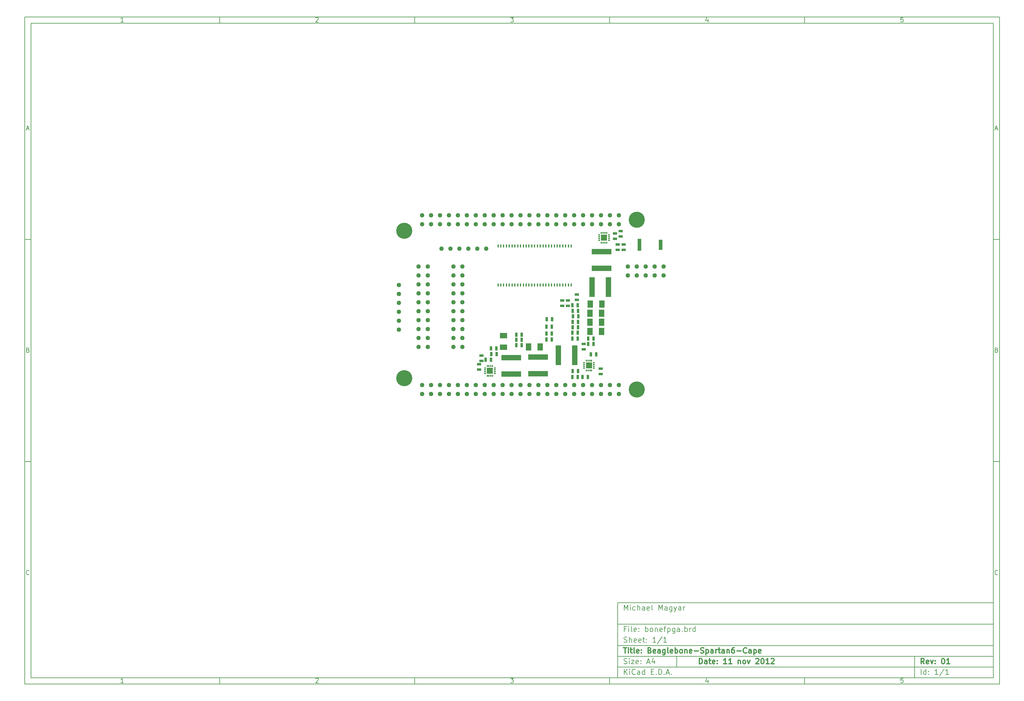
<source format=gbs>
G04 (created by PCBNEW-RS274X (2012-jan-04)-stable) date Sat Nov 10 19:24:45 2012*
G01*
G70*
G90*
%MOIN*%
G04 Gerber Fmt 3.4, Leading zero omitted, Abs format*
%FSLAX34Y34*%
G04 APERTURE LIST*
%ADD10C,0.006000*%
%ADD11C,0.012000*%
%ADD12C,0.051200*%
%ADD13R,0.039400X0.137800*%
%ADD14R,0.039400X0.118100*%
%ADD15R,0.011800X0.035400*%
%ADD16R,0.011800X0.019700*%
%ADD17R,0.019700X0.011800*%
%ADD18R,0.070900X0.070900*%
%ADD19C,0.180000*%
%ADD20R,0.080000X0.060000*%
%ADD21R,0.060000X0.080000*%
%ADD22R,0.025000X0.045000*%
%ADD23R,0.045000X0.025000*%
%ADD24R,0.224400X0.063000*%
%ADD25R,0.063000X0.224400*%
G04 APERTURE END LIST*
G54D10*
X04000Y-04000D02*
X113000Y-04000D01*
X113000Y-78670D01*
X04000Y-78670D01*
X04000Y-04000D01*
X04700Y-04700D02*
X112300Y-04700D01*
X112300Y-77970D01*
X04700Y-77970D01*
X04700Y-04700D01*
X25800Y-04000D02*
X25800Y-04700D01*
X15043Y-04552D02*
X14757Y-04552D01*
X14900Y-04552D02*
X14900Y-04052D01*
X14852Y-04124D01*
X14805Y-04171D01*
X14757Y-04195D01*
X25800Y-78670D02*
X25800Y-77970D01*
X15043Y-78522D02*
X14757Y-78522D01*
X14900Y-78522D02*
X14900Y-78022D01*
X14852Y-78094D01*
X14805Y-78141D01*
X14757Y-78165D01*
X47600Y-04000D02*
X47600Y-04700D01*
X36557Y-04100D02*
X36581Y-04076D01*
X36629Y-04052D01*
X36748Y-04052D01*
X36795Y-04076D01*
X36819Y-04100D01*
X36843Y-04148D01*
X36843Y-04195D01*
X36819Y-04267D01*
X36533Y-04552D01*
X36843Y-04552D01*
X47600Y-78670D02*
X47600Y-77970D01*
X36557Y-78070D02*
X36581Y-78046D01*
X36629Y-78022D01*
X36748Y-78022D01*
X36795Y-78046D01*
X36819Y-78070D01*
X36843Y-78118D01*
X36843Y-78165D01*
X36819Y-78237D01*
X36533Y-78522D01*
X36843Y-78522D01*
X69400Y-04000D02*
X69400Y-04700D01*
X58333Y-04052D02*
X58643Y-04052D01*
X58476Y-04243D01*
X58548Y-04243D01*
X58595Y-04267D01*
X58619Y-04290D01*
X58643Y-04338D01*
X58643Y-04457D01*
X58619Y-04505D01*
X58595Y-04529D01*
X58548Y-04552D01*
X58405Y-04552D01*
X58357Y-04529D01*
X58333Y-04505D01*
X69400Y-78670D02*
X69400Y-77970D01*
X58333Y-78022D02*
X58643Y-78022D01*
X58476Y-78213D01*
X58548Y-78213D01*
X58595Y-78237D01*
X58619Y-78260D01*
X58643Y-78308D01*
X58643Y-78427D01*
X58619Y-78475D01*
X58595Y-78499D01*
X58548Y-78522D01*
X58405Y-78522D01*
X58357Y-78499D01*
X58333Y-78475D01*
X91200Y-04000D02*
X91200Y-04700D01*
X80395Y-04219D02*
X80395Y-04552D01*
X80276Y-04029D02*
X80157Y-04386D01*
X80467Y-04386D01*
X91200Y-78670D02*
X91200Y-77970D01*
X80395Y-78189D02*
X80395Y-78522D01*
X80276Y-77999D02*
X80157Y-78356D01*
X80467Y-78356D01*
X102219Y-04052D02*
X101981Y-04052D01*
X101957Y-04290D01*
X101981Y-04267D01*
X102029Y-04243D01*
X102148Y-04243D01*
X102195Y-04267D01*
X102219Y-04290D01*
X102243Y-04338D01*
X102243Y-04457D01*
X102219Y-04505D01*
X102195Y-04529D01*
X102148Y-04552D01*
X102029Y-04552D01*
X101981Y-04529D01*
X101957Y-04505D01*
X102219Y-78022D02*
X101981Y-78022D01*
X101957Y-78260D01*
X101981Y-78237D01*
X102029Y-78213D01*
X102148Y-78213D01*
X102195Y-78237D01*
X102219Y-78260D01*
X102243Y-78308D01*
X102243Y-78427D01*
X102219Y-78475D01*
X102195Y-78499D01*
X102148Y-78522D01*
X102029Y-78522D01*
X101981Y-78499D01*
X101957Y-78475D01*
X04000Y-28890D02*
X04700Y-28890D01*
X04231Y-16510D02*
X04469Y-16510D01*
X04184Y-16652D02*
X04350Y-16152D01*
X04517Y-16652D01*
X113000Y-28890D02*
X112300Y-28890D01*
X112531Y-16510D02*
X112769Y-16510D01*
X112484Y-16652D02*
X112650Y-16152D01*
X112817Y-16652D01*
X04000Y-53780D02*
X04700Y-53780D01*
X04386Y-41280D02*
X04457Y-41304D01*
X04481Y-41328D01*
X04505Y-41376D01*
X04505Y-41447D01*
X04481Y-41495D01*
X04457Y-41519D01*
X04410Y-41542D01*
X04219Y-41542D01*
X04219Y-41042D01*
X04386Y-41042D01*
X04433Y-41066D01*
X04457Y-41090D01*
X04481Y-41138D01*
X04481Y-41185D01*
X04457Y-41233D01*
X04433Y-41257D01*
X04386Y-41280D01*
X04219Y-41280D01*
X113000Y-53780D02*
X112300Y-53780D01*
X112686Y-41280D02*
X112757Y-41304D01*
X112781Y-41328D01*
X112805Y-41376D01*
X112805Y-41447D01*
X112781Y-41495D01*
X112757Y-41519D01*
X112710Y-41542D01*
X112519Y-41542D01*
X112519Y-41042D01*
X112686Y-41042D01*
X112733Y-41066D01*
X112757Y-41090D01*
X112781Y-41138D01*
X112781Y-41185D01*
X112757Y-41233D01*
X112733Y-41257D01*
X112686Y-41280D01*
X112519Y-41280D01*
X04505Y-66385D02*
X04481Y-66409D01*
X04410Y-66432D01*
X04362Y-66432D01*
X04290Y-66409D01*
X04243Y-66361D01*
X04219Y-66313D01*
X04195Y-66218D01*
X04195Y-66147D01*
X04219Y-66051D01*
X04243Y-66004D01*
X04290Y-65956D01*
X04362Y-65932D01*
X04410Y-65932D01*
X04481Y-65956D01*
X04505Y-65980D01*
X112805Y-66385D02*
X112781Y-66409D01*
X112710Y-66432D01*
X112662Y-66432D01*
X112590Y-66409D01*
X112543Y-66361D01*
X112519Y-66313D01*
X112495Y-66218D01*
X112495Y-66147D01*
X112519Y-66051D01*
X112543Y-66004D01*
X112590Y-65956D01*
X112662Y-65932D01*
X112710Y-65932D01*
X112781Y-65956D01*
X112805Y-65980D01*
G54D11*
X79443Y-76413D02*
X79443Y-75813D01*
X79586Y-75813D01*
X79671Y-75841D01*
X79729Y-75899D01*
X79757Y-75956D01*
X79786Y-76070D01*
X79786Y-76156D01*
X79757Y-76270D01*
X79729Y-76327D01*
X79671Y-76384D01*
X79586Y-76413D01*
X79443Y-76413D01*
X80300Y-76413D02*
X80300Y-76099D01*
X80271Y-76041D01*
X80214Y-76013D01*
X80100Y-76013D01*
X80043Y-76041D01*
X80300Y-76384D02*
X80243Y-76413D01*
X80100Y-76413D01*
X80043Y-76384D01*
X80014Y-76327D01*
X80014Y-76270D01*
X80043Y-76213D01*
X80100Y-76184D01*
X80243Y-76184D01*
X80300Y-76156D01*
X80500Y-76013D02*
X80729Y-76013D01*
X80586Y-75813D02*
X80586Y-76327D01*
X80614Y-76384D01*
X80672Y-76413D01*
X80729Y-76413D01*
X81157Y-76384D02*
X81100Y-76413D01*
X80986Y-76413D01*
X80929Y-76384D01*
X80900Y-76327D01*
X80900Y-76099D01*
X80929Y-76041D01*
X80986Y-76013D01*
X81100Y-76013D01*
X81157Y-76041D01*
X81186Y-76099D01*
X81186Y-76156D01*
X80900Y-76213D01*
X81443Y-76356D02*
X81471Y-76384D01*
X81443Y-76413D01*
X81414Y-76384D01*
X81443Y-76356D01*
X81443Y-76413D01*
X81443Y-76041D02*
X81471Y-76070D01*
X81443Y-76099D01*
X81414Y-76070D01*
X81443Y-76041D01*
X81443Y-76099D01*
X82500Y-76413D02*
X82157Y-76413D01*
X82329Y-76413D02*
X82329Y-75813D01*
X82272Y-75899D01*
X82214Y-75956D01*
X82157Y-75984D01*
X83071Y-76413D02*
X82728Y-76413D01*
X82900Y-76413D02*
X82900Y-75813D01*
X82843Y-75899D01*
X82785Y-75956D01*
X82728Y-75984D01*
X83785Y-76013D02*
X83785Y-76413D01*
X83785Y-76070D02*
X83813Y-76041D01*
X83871Y-76013D01*
X83956Y-76013D01*
X84013Y-76041D01*
X84042Y-76099D01*
X84042Y-76413D01*
X84414Y-76413D02*
X84356Y-76384D01*
X84328Y-76356D01*
X84299Y-76299D01*
X84299Y-76127D01*
X84328Y-76070D01*
X84356Y-76041D01*
X84414Y-76013D01*
X84499Y-76013D01*
X84556Y-76041D01*
X84585Y-76070D01*
X84614Y-76127D01*
X84614Y-76299D01*
X84585Y-76356D01*
X84556Y-76384D01*
X84499Y-76413D01*
X84414Y-76413D01*
X84814Y-76013D02*
X84957Y-76413D01*
X85099Y-76013D01*
X85756Y-75870D02*
X85785Y-75841D01*
X85842Y-75813D01*
X85985Y-75813D01*
X86042Y-75841D01*
X86071Y-75870D01*
X86099Y-75927D01*
X86099Y-75984D01*
X86071Y-76070D01*
X85728Y-76413D01*
X86099Y-76413D01*
X86470Y-75813D02*
X86527Y-75813D01*
X86584Y-75841D01*
X86613Y-75870D01*
X86642Y-75927D01*
X86670Y-76041D01*
X86670Y-76184D01*
X86642Y-76299D01*
X86613Y-76356D01*
X86584Y-76384D01*
X86527Y-76413D01*
X86470Y-76413D01*
X86413Y-76384D01*
X86384Y-76356D01*
X86356Y-76299D01*
X86327Y-76184D01*
X86327Y-76041D01*
X86356Y-75927D01*
X86384Y-75870D01*
X86413Y-75841D01*
X86470Y-75813D01*
X87241Y-76413D02*
X86898Y-76413D01*
X87070Y-76413D02*
X87070Y-75813D01*
X87013Y-75899D01*
X86955Y-75956D01*
X86898Y-75984D01*
X87469Y-75870D02*
X87498Y-75841D01*
X87555Y-75813D01*
X87698Y-75813D01*
X87755Y-75841D01*
X87784Y-75870D01*
X87812Y-75927D01*
X87812Y-75984D01*
X87784Y-76070D01*
X87441Y-76413D01*
X87812Y-76413D01*
G54D10*
X71043Y-77613D02*
X71043Y-77013D01*
X71386Y-77613D02*
X71129Y-77270D01*
X71386Y-77013D02*
X71043Y-77356D01*
X71643Y-77613D02*
X71643Y-77213D01*
X71643Y-77013D02*
X71614Y-77041D01*
X71643Y-77070D01*
X71671Y-77041D01*
X71643Y-77013D01*
X71643Y-77070D01*
X72272Y-77556D02*
X72243Y-77584D01*
X72157Y-77613D01*
X72100Y-77613D01*
X72015Y-77584D01*
X71957Y-77527D01*
X71929Y-77470D01*
X71900Y-77356D01*
X71900Y-77270D01*
X71929Y-77156D01*
X71957Y-77099D01*
X72015Y-77041D01*
X72100Y-77013D01*
X72157Y-77013D01*
X72243Y-77041D01*
X72272Y-77070D01*
X72786Y-77613D02*
X72786Y-77299D01*
X72757Y-77241D01*
X72700Y-77213D01*
X72586Y-77213D01*
X72529Y-77241D01*
X72786Y-77584D02*
X72729Y-77613D01*
X72586Y-77613D01*
X72529Y-77584D01*
X72500Y-77527D01*
X72500Y-77470D01*
X72529Y-77413D01*
X72586Y-77384D01*
X72729Y-77384D01*
X72786Y-77356D01*
X73329Y-77613D02*
X73329Y-77013D01*
X73329Y-77584D02*
X73272Y-77613D01*
X73158Y-77613D01*
X73100Y-77584D01*
X73072Y-77556D01*
X73043Y-77499D01*
X73043Y-77327D01*
X73072Y-77270D01*
X73100Y-77241D01*
X73158Y-77213D01*
X73272Y-77213D01*
X73329Y-77241D01*
X74072Y-77299D02*
X74272Y-77299D01*
X74358Y-77613D02*
X74072Y-77613D01*
X74072Y-77013D01*
X74358Y-77013D01*
X74615Y-77556D02*
X74643Y-77584D01*
X74615Y-77613D01*
X74586Y-77584D01*
X74615Y-77556D01*
X74615Y-77613D01*
X74901Y-77613D02*
X74901Y-77013D01*
X75044Y-77013D01*
X75129Y-77041D01*
X75187Y-77099D01*
X75215Y-77156D01*
X75244Y-77270D01*
X75244Y-77356D01*
X75215Y-77470D01*
X75187Y-77527D01*
X75129Y-77584D01*
X75044Y-77613D01*
X74901Y-77613D01*
X75501Y-77556D02*
X75529Y-77584D01*
X75501Y-77613D01*
X75472Y-77584D01*
X75501Y-77556D01*
X75501Y-77613D01*
X75758Y-77441D02*
X76044Y-77441D01*
X75701Y-77613D02*
X75901Y-77013D01*
X76101Y-77613D01*
X76301Y-77556D02*
X76329Y-77584D01*
X76301Y-77613D01*
X76272Y-77584D01*
X76301Y-77556D01*
X76301Y-77613D01*
G54D11*
X104586Y-76413D02*
X104386Y-76127D01*
X104243Y-76413D02*
X104243Y-75813D01*
X104471Y-75813D01*
X104529Y-75841D01*
X104557Y-75870D01*
X104586Y-75927D01*
X104586Y-76013D01*
X104557Y-76070D01*
X104529Y-76099D01*
X104471Y-76127D01*
X104243Y-76127D01*
X105071Y-76384D02*
X105014Y-76413D01*
X104900Y-76413D01*
X104843Y-76384D01*
X104814Y-76327D01*
X104814Y-76099D01*
X104843Y-76041D01*
X104900Y-76013D01*
X105014Y-76013D01*
X105071Y-76041D01*
X105100Y-76099D01*
X105100Y-76156D01*
X104814Y-76213D01*
X105300Y-76013D02*
X105443Y-76413D01*
X105585Y-76013D01*
X105814Y-76356D02*
X105842Y-76384D01*
X105814Y-76413D01*
X105785Y-76384D01*
X105814Y-76356D01*
X105814Y-76413D01*
X105814Y-76041D02*
X105842Y-76070D01*
X105814Y-76099D01*
X105785Y-76070D01*
X105814Y-76041D01*
X105814Y-76099D01*
X106671Y-75813D02*
X106728Y-75813D01*
X106785Y-75841D01*
X106814Y-75870D01*
X106843Y-75927D01*
X106871Y-76041D01*
X106871Y-76184D01*
X106843Y-76299D01*
X106814Y-76356D01*
X106785Y-76384D01*
X106728Y-76413D01*
X106671Y-76413D01*
X106614Y-76384D01*
X106585Y-76356D01*
X106557Y-76299D01*
X106528Y-76184D01*
X106528Y-76041D01*
X106557Y-75927D01*
X106585Y-75870D01*
X106614Y-75841D01*
X106671Y-75813D01*
X107442Y-76413D02*
X107099Y-76413D01*
X107271Y-76413D02*
X107271Y-75813D01*
X107214Y-75899D01*
X107156Y-75956D01*
X107099Y-75984D01*
G54D10*
X71014Y-76384D02*
X71100Y-76413D01*
X71243Y-76413D01*
X71300Y-76384D01*
X71329Y-76356D01*
X71357Y-76299D01*
X71357Y-76241D01*
X71329Y-76184D01*
X71300Y-76156D01*
X71243Y-76127D01*
X71129Y-76099D01*
X71071Y-76070D01*
X71043Y-76041D01*
X71014Y-75984D01*
X71014Y-75927D01*
X71043Y-75870D01*
X71071Y-75841D01*
X71129Y-75813D01*
X71271Y-75813D01*
X71357Y-75841D01*
X71614Y-76413D02*
X71614Y-76013D01*
X71614Y-75813D02*
X71585Y-75841D01*
X71614Y-75870D01*
X71642Y-75841D01*
X71614Y-75813D01*
X71614Y-75870D01*
X71843Y-76013D02*
X72157Y-76013D01*
X71843Y-76413D01*
X72157Y-76413D01*
X72614Y-76384D02*
X72557Y-76413D01*
X72443Y-76413D01*
X72386Y-76384D01*
X72357Y-76327D01*
X72357Y-76099D01*
X72386Y-76041D01*
X72443Y-76013D01*
X72557Y-76013D01*
X72614Y-76041D01*
X72643Y-76099D01*
X72643Y-76156D01*
X72357Y-76213D01*
X72900Y-76356D02*
X72928Y-76384D01*
X72900Y-76413D01*
X72871Y-76384D01*
X72900Y-76356D01*
X72900Y-76413D01*
X72900Y-76041D02*
X72928Y-76070D01*
X72900Y-76099D01*
X72871Y-76070D01*
X72900Y-76041D01*
X72900Y-76099D01*
X73614Y-76241D02*
X73900Y-76241D01*
X73557Y-76413D02*
X73757Y-75813D01*
X73957Y-76413D01*
X74414Y-76013D02*
X74414Y-76413D01*
X74271Y-75784D02*
X74128Y-76213D01*
X74500Y-76213D01*
X104243Y-77613D02*
X104243Y-77013D01*
X104786Y-77613D02*
X104786Y-77013D01*
X104786Y-77584D02*
X104729Y-77613D01*
X104615Y-77613D01*
X104557Y-77584D01*
X104529Y-77556D01*
X104500Y-77499D01*
X104500Y-77327D01*
X104529Y-77270D01*
X104557Y-77241D01*
X104615Y-77213D01*
X104729Y-77213D01*
X104786Y-77241D01*
X105072Y-77556D02*
X105100Y-77584D01*
X105072Y-77613D01*
X105043Y-77584D01*
X105072Y-77556D01*
X105072Y-77613D01*
X105072Y-77241D02*
X105100Y-77270D01*
X105072Y-77299D01*
X105043Y-77270D01*
X105072Y-77241D01*
X105072Y-77299D01*
X106129Y-77613D02*
X105786Y-77613D01*
X105958Y-77613D02*
X105958Y-77013D01*
X105901Y-77099D01*
X105843Y-77156D01*
X105786Y-77184D01*
X106814Y-76984D02*
X106300Y-77756D01*
X107329Y-77613D02*
X106986Y-77613D01*
X107158Y-77613D02*
X107158Y-77013D01*
X107101Y-77099D01*
X107043Y-77156D01*
X106986Y-77184D01*
G54D11*
X70957Y-74613D02*
X71300Y-74613D01*
X71129Y-75213D02*
X71129Y-74613D01*
X71500Y-75213D02*
X71500Y-74813D01*
X71500Y-74613D02*
X71471Y-74641D01*
X71500Y-74670D01*
X71528Y-74641D01*
X71500Y-74613D01*
X71500Y-74670D01*
X71700Y-74813D02*
X71929Y-74813D01*
X71786Y-74613D02*
X71786Y-75127D01*
X71814Y-75184D01*
X71872Y-75213D01*
X71929Y-75213D01*
X72215Y-75213D02*
X72157Y-75184D01*
X72129Y-75127D01*
X72129Y-74613D01*
X72671Y-75184D02*
X72614Y-75213D01*
X72500Y-75213D01*
X72443Y-75184D01*
X72414Y-75127D01*
X72414Y-74899D01*
X72443Y-74841D01*
X72500Y-74813D01*
X72614Y-74813D01*
X72671Y-74841D01*
X72700Y-74899D01*
X72700Y-74956D01*
X72414Y-75013D01*
X72957Y-75156D02*
X72985Y-75184D01*
X72957Y-75213D01*
X72928Y-75184D01*
X72957Y-75156D01*
X72957Y-75213D01*
X72957Y-74841D02*
X72985Y-74870D01*
X72957Y-74899D01*
X72928Y-74870D01*
X72957Y-74841D01*
X72957Y-74899D01*
X73900Y-74899D02*
X73986Y-74927D01*
X74014Y-74956D01*
X74043Y-75013D01*
X74043Y-75099D01*
X74014Y-75156D01*
X73986Y-75184D01*
X73928Y-75213D01*
X73700Y-75213D01*
X73700Y-74613D01*
X73900Y-74613D01*
X73957Y-74641D01*
X73986Y-74670D01*
X74014Y-74727D01*
X74014Y-74784D01*
X73986Y-74841D01*
X73957Y-74870D01*
X73900Y-74899D01*
X73700Y-74899D01*
X74528Y-75184D02*
X74471Y-75213D01*
X74357Y-75213D01*
X74300Y-75184D01*
X74271Y-75127D01*
X74271Y-74899D01*
X74300Y-74841D01*
X74357Y-74813D01*
X74471Y-74813D01*
X74528Y-74841D01*
X74557Y-74899D01*
X74557Y-74956D01*
X74271Y-75013D01*
X75071Y-75213D02*
X75071Y-74899D01*
X75042Y-74841D01*
X74985Y-74813D01*
X74871Y-74813D01*
X74814Y-74841D01*
X75071Y-75184D02*
X75014Y-75213D01*
X74871Y-75213D01*
X74814Y-75184D01*
X74785Y-75127D01*
X74785Y-75070D01*
X74814Y-75013D01*
X74871Y-74984D01*
X75014Y-74984D01*
X75071Y-74956D01*
X75614Y-74813D02*
X75614Y-75299D01*
X75585Y-75356D01*
X75557Y-75384D01*
X75500Y-75413D01*
X75414Y-75413D01*
X75357Y-75384D01*
X75614Y-75184D02*
X75557Y-75213D01*
X75443Y-75213D01*
X75385Y-75184D01*
X75357Y-75156D01*
X75328Y-75099D01*
X75328Y-74927D01*
X75357Y-74870D01*
X75385Y-74841D01*
X75443Y-74813D01*
X75557Y-74813D01*
X75614Y-74841D01*
X75986Y-75213D02*
X75928Y-75184D01*
X75900Y-75127D01*
X75900Y-74613D01*
X76442Y-75184D02*
X76385Y-75213D01*
X76271Y-75213D01*
X76214Y-75184D01*
X76185Y-75127D01*
X76185Y-74899D01*
X76214Y-74841D01*
X76271Y-74813D01*
X76385Y-74813D01*
X76442Y-74841D01*
X76471Y-74899D01*
X76471Y-74956D01*
X76185Y-75013D01*
X76728Y-75213D02*
X76728Y-74613D01*
X76728Y-74841D02*
X76785Y-74813D01*
X76899Y-74813D01*
X76956Y-74841D01*
X76985Y-74870D01*
X77014Y-74927D01*
X77014Y-75099D01*
X76985Y-75156D01*
X76956Y-75184D01*
X76899Y-75213D01*
X76785Y-75213D01*
X76728Y-75184D01*
X77357Y-75213D02*
X77299Y-75184D01*
X77271Y-75156D01*
X77242Y-75099D01*
X77242Y-74927D01*
X77271Y-74870D01*
X77299Y-74841D01*
X77357Y-74813D01*
X77442Y-74813D01*
X77499Y-74841D01*
X77528Y-74870D01*
X77557Y-74927D01*
X77557Y-75099D01*
X77528Y-75156D01*
X77499Y-75184D01*
X77442Y-75213D01*
X77357Y-75213D01*
X77814Y-74813D02*
X77814Y-75213D01*
X77814Y-74870D02*
X77842Y-74841D01*
X77900Y-74813D01*
X77985Y-74813D01*
X78042Y-74841D01*
X78071Y-74899D01*
X78071Y-75213D01*
X78585Y-75184D02*
X78528Y-75213D01*
X78414Y-75213D01*
X78357Y-75184D01*
X78328Y-75127D01*
X78328Y-74899D01*
X78357Y-74841D01*
X78414Y-74813D01*
X78528Y-74813D01*
X78585Y-74841D01*
X78614Y-74899D01*
X78614Y-74956D01*
X78328Y-75013D01*
X78871Y-74984D02*
X79328Y-74984D01*
X79585Y-75184D02*
X79671Y-75213D01*
X79814Y-75213D01*
X79871Y-75184D01*
X79900Y-75156D01*
X79928Y-75099D01*
X79928Y-75041D01*
X79900Y-74984D01*
X79871Y-74956D01*
X79814Y-74927D01*
X79700Y-74899D01*
X79642Y-74870D01*
X79614Y-74841D01*
X79585Y-74784D01*
X79585Y-74727D01*
X79614Y-74670D01*
X79642Y-74641D01*
X79700Y-74613D01*
X79842Y-74613D01*
X79928Y-74641D01*
X80185Y-74813D02*
X80185Y-75413D01*
X80185Y-74841D02*
X80242Y-74813D01*
X80356Y-74813D01*
X80413Y-74841D01*
X80442Y-74870D01*
X80471Y-74927D01*
X80471Y-75099D01*
X80442Y-75156D01*
X80413Y-75184D01*
X80356Y-75213D01*
X80242Y-75213D01*
X80185Y-75184D01*
X80985Y-75213D02*
X80985Y-74899D01*
X80956Y-74841D01*
X80899Y-74813D01*
X80785Y-74813D01*
X80728Y-74841D01*
X80985Y-75184D02*
X80928Y-75213D01*
X80785Y-75213D01*
X80728Y-75184D01*
X80699Y-75127D01*
X80699Y-75070D01*
X80728Y-75013D01*
X80785Y-74984D01*
X80928Y-74984D01*
X80985Y-74956D01*
X81271Y-75213D02*
X81271Y-74813D01*
X81271Y-74927D02*
X81299Y-74870D01*
X81328Y-74841D01*
X81385Y-74813D01*
X81442Y-74813D01*
X81556Y-74813D02*
X81785Y-74813D01*
X81642Y-74613D02*
X81642Y-75127D01*
X81670Y-75184D01*
X81728Y-75213D01*
X81785Y-75213D01*
X82242Y-75213D02*
X82242Y-74899D01*
X82213Y-74841D01*
X82156Y-74813D01*
X82042Y-74813D01*
X81985Y-74841D01*
X82242Y-75184D02*
X82185Y-75213D01*
X82042Y-75213D01*
X81985Y-75184D01*
X81956Y-75127D01*
X81956Y-75070D01*
X81985Y-75013D01*
X82042Y-74984D01*
X82185Y-74984D01*
X82242Y-74956D01*
X82528Y-74813D02*
X82528Y-75213D01*
X82528Y-74870D02*
X82556Y-74841D01*
X82614Y-74813D01*
X82699Y-74813D01*
X82756Y-74841D01*
X82785Y-74899D01*
X82785Y-75213D01*
X83328Y-74613D02*
X83214Y-74613D01*
X83157Y-74641D01*
X83128Y-74670D01*
X83071Y-74756D01*
X83042Y-74870D01*
X83042Y-75099D01*
X83071Y-75156D01*
X83099Y-75184D01*
X83157Y-75213D01*
X83271Y-75213D01*
X83328Y-75184D01*
X83357Y-75156D01*
X83385Y-75099D01*
X83385Y-74956D01*
X83357Y-74899D01*
X83328Y-74870D01*
X83271Y-74841D01*
X83157Y-74841D01*
X83099Y-74870D01*
X83071Y-74899D01*
X83042Y-74956D01*
X83642Y-74984D02*
X84099Y-74984D01*
X84728Y-75156D02*
X84699Y-75184D01*
X84613Y-75213D01*
X84556Y-75213D01*
X84471Y-75184D01*
X84413Y-75127D01*
X84385Y-75070D01*
X84356Y-74956D01*
X84356Y-74870D01*
X84385Y-74756D01*
X84413Y-74699D01*
X84471Y-74641D01*
X84556Y-74613D01*
X84613Y-74613D01*
X84699Y-74641D01*
X84728Y-74670D01*
X85242Y-75213D02*
X85242Y-74899D01*
X85213Y-74841D01*
X85156Y-74813D01*
X85042Y-74813D01*
X84985Y-74841D01*
X85242Y-75184D02*
X85185Y-75213D01*
X85042Y-75213D01*
X84985Y-75184D01*
X84956Y-75127D01*
X84956Y-75070D01*
X84985Y-75013D01*
X85042Y-74984D01*
X85185Y-74984D01*
X85242Y-74956D01*
X85528Y-74813D02*
X85528Y-75413D01*
X85528Y-74841D02*
X85585Y-74813D01*
X85699Y-74813D01*
X85756Y-74841D01*
X85785Y-74870D01*
X85814Y-74927D01*
X85814Y-75099D01*
X85785Y-75156D01*
X85756Y-75184D01*
X85699Y-75213D01*
X85585Y-75213D01*
X85528Y-75184D01*
X86299Y-75184D02*
X86242Y-75213D01*
X86128Y-75213D01*
X86071Y-75184D01*
X86042Y-75127D01*
X86042Y-74899D01*
X86071Y-74841D01*
X86128Y-74813D01*
X86242Y-74813D01*
X86299Y-74841D01*
X86328Y-74899D01*
X86328Y-74956D01*
X86042Y-75013D01*
G54D10*
X71243Y-72499D02*
X71043Y-72499D01*
X71043Y-72813D02*
X71043Y-72213D01*
X71329Y-72213D01*
X71557Y-72813D02*
X71557Y-72413D01*
X71557Y-72213D02*
X71528Y-72241D01*
X71557Y-72270D01*
X71585Y-72241D01*
X71557Y-72213D01*
X71557Y-72270D01*
X71929Y-72813D02*
X71871Y-72784D01*
X71843Y-72727D01*
X71843Y-72213D01*
X72385Y-72784D02*
X72328Y-72813D01*
X72214Y-72813D01*
X72157Y-72784D01*
X72128Y-72727D01*
X72128Y-72499D01*
X72157Y-72441D01*
X72214Y-72413D01*
X72328Y-72413D01*
X72385Y-72441D01*
X72414Y-72499D01*
X72414Y-72556D01*
X72128Y-72613D01*
X72671Y-72756D02*
X72699Y-72784D01*
X72671Y-72813D01*
X72642Y-72784D01*
X72671Y-72756D01*
X72671Y-72813D01*
X72671Y-72441D02*
X72699Y-72470D01*
X72671Y-72499D01*
X72642Y-72470D01*
X72671Y-72441D01*
X72671Y-72499D01*
X73414Y-72813D02*
X73414Y-72213D01*
X73414Y-72441D02*
X73471Y-72413D01*
X73585Y-72413D01*
X73642Y-72441D01*
X73671Y-72470D01*
X73700Y-72527D01*
X73700Y-72699D01*
X73671Y-72756D01*
X73642Y-72784D01*
X73585Y-72813D01*
X73471Y-72813D01*
X73414Y-72784D01*
X74043Y-72813D02*
X73985Y-72784D01*
X73957Y-72756D01*
X73928Y-72699D01*
X73928Y-72527D01*
X73957Y-72470D01*
X73985Y-72441D01*
X74043Y-72413D01*
X74128Y-72413D01*
X74185Y-72441D01*
X74214Y-72470D01*
X74243Y-72527D01*
X74243Y-72699D01*
X74214Y-72756D01*
X74185Y-72784D01*
X74128Y-72813D01*
X74043Y-72813D01*
X74500Y-72413D02*
X74500Y-72813D01*
X74500Y-72470D02*
X74528Y-72441D01*
X74586Y-72413D01*
X74671Y-72413D01*
X74728Y-72441D01*
X74757Y-72499D01*
X74757Y-72813D01*
X75271Y-72784D02*
X75214Y-72813D01*
X75100Y-72813D01*
X75043Y-72784D01*
X75014Y-72727D01*
X75014Y-72499D01*
X75043Y-72441D01*
X75100Y-72413D01*
X75214Y-72413D01*
X75271Y-72441D01*
X75300Y-72499D01*
X75300Y-72556D01*
X75014Y-72613D01*
X75471Y-72413D02*
X75700Y-72413D01*
X75557Y-72813D02*
X75557Y-72299D01*
X75585Y-72241D01*
X75643Y-72213D01*
X75700Y-72213D01*
X75900Y-72413D02*
X75900Y-73013D01*
X75900Y-72441D02*
X75957Y-72413D01*
X76071Y-72413D01*
X76128Y-72441D01*
X76157Y-72470D01*
X76186Y-72527D01*
X76186Y-72699D01*
X76157Y-72756D01*
X76128Y-72784D01*
X76071Y-72813D01*
X75957Y-72813D01*
X75900Y-72784D01*
X76700Y-72413D02*
X76700Y-72899D01*
X76671Y-72956D01*
X76643Y-72984D01*
X76586Y-73013D01*
X76500Y-73013D01*
X76443Y-72984D01*
X76700Y-72784D02*
X76643Y-72813D01*
X76529Y-72813D01*
X76471Y-72784D01*
X76443Y-72756D01*
X76414Y-72699D01*
X76414Y-72527D01*
X76443Y-72470D01*
X76471Y-72441D01*
X76529Y-72413D01*
X76643Y-72413D01*
X76700Y-72441D01*
X77243Y-72813D02*
X77243Y-72499D01*
X77214Y-72441D01*
X77157Y-72413D01*
X77043Y-72413D01*
X76986Y-72441D01*
X77243Y-72784D02*
X77186Y-72813D01*
X77043Y-72813D01*
X76986Y-72784D01*
X76957Y-72727D01*
X76957Y-72670D01*
X76986Y-72613D01*
X77043Y-72584D01*
X77186Y-72584D01*
X77243Y-72556D01*
X77529Y-72756D02*
X77557Y-72784D01*
X77529Y-72813D01*
X77500Y-72784D01*
X77529Y-72756D01*
X77529Y-72813D01*
X77815Y-72813D02*
X77815Y-72213D01*
X77815Y-72441D02*
X77872Y-72413D01*
X77986Y-72413D01*
X78043Y-72441D01*
X78072Y-72470D01*
X78101Y-72527D01*
X78101Y-72699D01*
X78072Y-72756D01*
X78043Y-72784D01*
X77986Y-72813D01*
X77872Y-72813D01*
X77815Y-72784D01*
X78358Y-72813D02*
X78358Y-72413D01*
X78358Y-72527D02*
X78386Y-72470D01*
X78415Y-72441D01*
X78472Y-72413D01*
X78529Y-72413D01*
X78986Y-72813D02*
X78986Y-72213D01*
X78986Y-72784D02*
X78929Y-72813D01*
X78815Y-72813D01*
X78757Y-72784D01*
X78729Y-72756D01*
X78700Y-72699D01*
X78700Y-72527D01*
X78729Y-72470D01*
X78757Y-72441D01*
X78815Y-72413D01*
X78929Y-72413D01*
X78986Y-72441D01*
X71014Y-73984D02*
X71100Y-74013D01*
X71243Y-74013D01*
X71300Y-73984D01*
X71329Y-73956D01*
X71357Y-73899D01*
X71357Y-73841D01*
X71329Y-73784D01*
X71300Y-73756D01*
X71243Y-73727D01*
X71129Y-73699D01*
X71071Y-73670D01*
X71043Y-73641D01*
X71014Y-73584D01*
X71014Y-73527D01*
X71043Y-73470D01*
X71071Y-73441D01*
X71129Y-73413D01*
X71271Y-73413D01*
X71357Y-73441D01*
X71614Y-74013D02*
X71614Y-73413D01*
X71871Y-74013D02*
X71871Y-73699D01*
X71842Y-73641D01*
X71785Y-73613D01*
X71700Y-73613D01*
X71642Y-73641D01*
X71614Y-73670D01*
X72385Y-73984D02*
X72328Y-74013D01*
X72214Y-74013D01*
X72157Y-73984D01*
X72128Y-73927D01*
X72128Y-73699D01*
X72157Y-73641D01*
X72214Y-73613D01*
X72328Y-73613D01*
X72385Y-73641D01*
X72414Y-73699D01*
X72414Y-73756D01*
X72128Y-73813D01*
X72899Y-73984D02*
X72842Y-74013D01*
X72728Y-74013D01*
X72671Y-73984D01*
X72642Y-73927D01*
X72642Y-73699D01*
X72671Y-73641D01*
X72728Y-73613D01*
X72842Y-73613D01*
X72899Y-73641D01*
X72928Y-73699D01*
X72928Y-73756D01*
X72642Y-73813D01*
X73099Y-73613D02*
X73328Y-73613D01*
X73185Y-73413D02*
X73185Y-73927D01*
X73213Y-73984D01*
X73271Y-74013D01*
X73328Y-74013D01*
X73528Y-73956D02*
X73556Y-73984D01*
X73528Y-74013D01*
X73499Y-73984D01*
X73528Y-73956D01*
X73528Y-74013D01*
X73528Y-73641D02*
X73556Y-73670D01*
X73528Y-73699D01*
X73499Y-73670D01*
X73528Y-73641D01*
X73528Y-73699D01*
X74585Y-74013D02*
X74242Y-74013D01*
X74414Y-74013D02*
X74414Y-73413D01*
X74357Y-73499D01*
X74299Y-73556D01*
X74242Y-73584D01*
X75270Y-73384D02*
X74756Y-74156D01*
X75785Y-74013D02*
X75442Y-74013D01*
X75614Y-74013D02*
X75614Y-73413D01*
X75557Y-73499D01*
X75499Y-73556D01*
X75442Y-73584D01*
X71043Y-70413D02*
X71043Y-69813D01*
X71243Y-70241D01*
X71443Y-69813D01*
X71443Y-70413D01*
X71729Y-70413D02*
X71729Y-70013D01*
X71729Y-69813D02*
X71700Y-69841D01*
X71729Y-69870D01*
X71757Y-69841D01*
X71729Y-69813D01*
X71729Y-69870D01*
X72272Y-70384D02*
X72215Y-70413D01*
X72101Y-70413D01*
X72043Y-70384D01*
X72015Y-70356D01*
X71986Y-70299D01*
X71986Y-70127D01*
X72015Y-70070D01*
X72043Y-70041D01*
X72101Y-70013D01*
X72215Y-70013D01*
X72272Y-70041D01*
X72529Y-70413D02*
X72529Y-69813D01*
X72786Y-70413D02*
X72786Y-70099D01*
X72757Y-70041D01*
X72700Y-70013D01*
X72615Y-70013D01*
X72557Y-70041D01*
X72529Y-70070D01*
X73329Y-70413D02*
X73329Y-70099D01*
X73300Y-70041D01*
X73243Y-70013D01*
X73129Y-70013D01*
X73072Y-70041D01*
X73329Y-70384D02*
X73272Y-70413D01*
X73129Y-70413D01*
X73072Y-70384D01*
X73043Y-70327D01*
X73043Y-70270D01*
X73072Y-70213D01*
X73129Y-70184D01*
X73272Y-70184D01*
X73329Y-70156D01*
X73843Y-70384D02*
X73786Y-70413D01*
X73672Y-70413D01*
X73615Y-70384D01*
X73586Y-70327D01*
X73586Y-70099D01*
X73615Y-70041D01*
X73672Y-70013D01*
X73786Y-70013D01*
X73843Y-70041D01*
X73872Y-70099D01*
X73872Y-70156D01*
X73586Y-70213D01*
X74215Y-70413D02*
X74157Y-70384D01*
X74129Y-70327D01*
X74129Y-69813D01*
X74900Y-70413D02*
X74900Y-69813D01*
X75100Y-70241D01*
X75300Y-69813D01*
X75300Y-70413D01*
X75843Y-70413D02*
X75843Y-70099D01*
X75814Y-70041D01*
X75757Y-70013D01*
X75643Y-70013D01*
X75586Y-70041D01*
X75843Y-70384D02*
X75786Y-70413D01*
X75643Y-70413D01*
X75586Y-70384D01*
X75557Y-70327D01*
X75557Y-70270D01*
X75586Y-70213D01*
X75643Y-70184D01*
X75786Y-70184D01*
X75843Y-70156D01*
X76386Y-70013D02*
X76386Y-70499D01*
X76357Y-70556D01*
X76329Y-70584D01*
X76272Y-70613D01*
X76186Y-70613D01*
X76129Y-70584D01*
X76386Y-70384D02*
X76329Y-70413D01*
X76215Y-70413D01*
X76157Y-70384D01*
X76129Y-70356D01*
X76100Y-70299D01*
X76100Y-70127D01*
X76129Y-70070D01*
X76157Y-70041D01*
X76215Y-70013D01*
X76329Y-70013D01*
X76386Y-70041D01*
X76615Y-70013D02*
X76758Y-70413D01*
X76900Y-70013D02*
X76758Y-70413D01*
X76700Y-70556D01*
X76672Y-70584D01*
X76615Y-70613D01*
X77386Y-70413D02*
X77386Y-70099D01*
X77357Y-70041D01*
X77300Y-70013D01*
X77186Y-70013D01*
X77129Y-70041D01*
X77386Y-70384D02*
X77329Y-70413D01*
X77186Y-70413D01*
X77129Y-70384D01*
X77100Y-70327D01*
X77100Y-70270D01*
X77129Y-70213D01*
X77186Y-70184D01*
X77329Y-70184D01*
X77386Y-70156D01*
X77672Y-70413D02*
X77672Y-70013D01*
X77672Y-70127D02*
X77700Y-70070D01*
X77729Y-70041D01*
X77786Y-70013D01*
X77843Y-70013D01*
X70300Y-69570D02*
X70300Y-77970D01*
X70300Y-71970D02*
X112300Y-71970D01*
X70300Y-69570D02*
X112300Y-69570D01*
X70300Y-74370D02*
X112300Y-74370D01*
X103500Y-75570D02*
X103500Y-77970D01*
X70300Y-76770D02*
X112300Y-76770D01*
X70300Y-75570D02*
X112300Y-75570D01*
X76900Y-75570D02*
X76900Y-76770D01*
G54D12*
X45850Y-38992D03*
X45850Y-37992D03*
X45850Y-36992D03*
X45850Y-33992D03*
X45850Y-34992D03*
X45850Y-35992D03*
G54D13*
X72736Y-29504D03*
G54D14*
X75098Y-29504D03*
G54D12*
X51949Y-32949D03*
X52956Y-32949D03*
X51949Y-31949D03*
X52956Y-31949D03*
X52956Y-35949D03*
X51949Y-35949D03*
X52956Y-36949D03*
X51949Y-36949D03*
X52956Y-33949D03*
X51949Y-33949D03*
X52956Y-34949D03*
X51949Y-34949D03*
X51949Y-38949D03*
X52956Y-38949D03*
X51949Y-37949D03*
X52956Y-37949D03*
X51949Y-40949D03*
X52956Y-40949D03*
X51949Y-39949D03*
X52956Y-39949D03*
G54D15*
X60078Y-29645D03*
X60393Y-29645D03*
X60708Y-29645D03*
X61023Y-29645D03*
X61338Y-29645D03*
X61653Y-29645D03*
X61968Y-29645D03*
X62283Y-29645D03*
X62598Y-29645D03*
X62913Y-29645D03*
X63228Y-29645D03*
X57559Y-34016D03*
X57244Y-34016D03*
X56929Y-34016D03*
X56929Y-29646D03*
X57244Y-29646D03*
X57559Y-29646D03*
X57874Y-29646D03*
X60078Y-34016D03*
X58504Y-29646D03*
X58819Y-29645D03*
X59134Y-29645D03*
X59448Y-29645D03*
X59763Y-29645D03*
X61653Y-34016D03*
X61338Y-34016D03*
X61023Y-34016D03*
X60708Y-34016D03*
X60393Y-34016D03*
X58189Y-29646D03*
X59763Y-34016D03*
X59448Y-34016D03*
X59134Y-34016D03*
X58819Y-34016D03*
X58504Y-34016D03*
X58189Y-34016D03*
X57874Y-34016D03*
X65118Y-34016D03*
X64803Y-34016D03*
X64488Y-34016D03*
X64173Y-34016D03*
X63858Y-34016D03*
X63543Y-34016D03*
X63228Y-34016D03*
X62913Y-34016D03*
X62598Y-34016D03*
X62283Y-34016D03*
X61968Y-34016D03*
X63543Y-29646D03*
X63858Y-29646D03*
X64173Y-29646D03*
X64488Y-29646D03*
X64803Y-29646D03*
X65119Y-29646D03*
G54D16*
X66803Y-42461D03*
X67000Y-42461D03*
X67196Y-42461D03*
X67393Y-42461D03*
X66803Y-43563D03*
X67000Y-43563D03*
X67196Y-43563D03*
X67393Y-43563D03*
G54D17*
X67649Y-43110D03*
X67649Y-42914D03*
X67649Y-42717D03*
X67649Y-43307D03*
X66547Y-43307D03*
X66547Y-43110D03*
X66547Y-42914D03*
X66547Y-42717D03*
G54D18*
X67098Y-43012D03*
G54D12*
X55610Y-29925D03*
X54610Y-29925D03*
X53610Y-29925D03*
X50610Y-29925D03*
X51610Y-29925D03*
X52610Y-29925D03*
G54D19*
X46447Y-27947D03*
X72447Y-26697D03*
X72447Y-45697D03*
X46447Y-44447D03*
G54D12*
X70447Y-26197D03*
X70447Y-27197D03*
X69447Y-26197D03*
X69447Y-27197D03*
X68447Y-26197D03*
X68447Y-27197D03*
X67447Y-26197D03*
X67447Y-27197D03*
X66447Y-26197D03*
X66447Y-27197D03*
X65447Y-26197D03*
X65447Y-27197D03*
X64447Y-26197D03*
X64447Y-27197D03*
X63447Y-26197D03*
X63447Y-27197D03*
X62447Y-26197D03*
X62447Y-27197D03*
X61447Y-26197D03*
X61447Y-27197D03*
X60447Y-26197D03*
X60447Y-27197D03*
X59447Y-26197D03*
X59447Y-27197D03*
X58447Y-26197D03*
X58447Y-27197D03*
X57447Y-26197D03*
X57447Y-27197D03*
X56447Y-26197D03*
X56447Y-27197D03*
X55447Y-26197D03*
X55447Y-27197D03*
X54447Y-26197D03*
X54447Y-27197D03*
X53447Y-26197D03*
X53447Y-27197D03*
X52447Y-26197D03*
X52447Y-27197D03*
X51447Y-26197D03*
X51447Y-27197D03*
X50447Y-26197D03*
X50447Y-27197D03*
X49447Y-26197D03*
X49447Y-27197D03*
X48447Y-26197D03*
X48447Y-27197D03*
X70447Y-45197D03*
X70447Y-46197D03*
X69447Y-45197D03*
X69447Y-46197D03*
X68447Y-45197D03*
X68447Y-46197D03*
X67447Y-45197D03*
X67447Y-46197D03*
X66447Y-45197D03*
X66447Y-46197D03*
X65447Y-45197D03*
X65447Y-46197D03*
X64447Y-45197D03*
X64447Y-46197D03*
X63447Y-45197D03*
X63447Y-46197D03*
X62447Y-45197D03*
X62447Y-46197D03*
X61447Y-45197D03*
X61447Y-46197D03*
X60447Y-45197D03*
X60447Y-46197D03*
X59447Y-45197D03*
X59447Y-46197D03*
X58447Y-45197D03*
X58447Y-46197D03*
X57447Y-45197D03*
X57447Y-46197D03*
X56447Y-45197D03*
X56447Y-46197D03*
X55447Y-45197D03*
X55447Y-46197D03*
X54447Y-45197D03*
X54447Y-46197D03*
X53447Y-45197D03*
X53447Y-46197D03*
X52447Y-45197D03*
X52447Y-46197D03*
X51447Y-45197D03*
X51447Y-46197D03*
X50447Y-45197D03*
X50447Y-46197D03*
X49447Y-45197D03*
X49447Y-46197D03*
X48447Y-45197D03*
X48447Y-46197D03*
X75447Y-31947D03*
X75447Y-32947D03*
X74447Y-31947D03*
X74447Y-32947D03*
X73447Y-31947D03*
X73447Y-32947D03*
X72447Y-31947D03*
X72447Y-32947D03*
X71447Y-31947D03*
X71447Y-32947D03*
G54D20*
X57547Y-40985D03*
X57547Y-39685D03*
G54D21*
X67240Y-36150D03*
X68540Y-36150D03*
X67224Y-38173D03*
X68524Y-38173D03*
X67196Y-39197D03*
X68496Y-39197D03*
X61654Y-40921D03*
X60354Y-40921D03*
X67224Y-37154D03*
X68524Y-37154D03*
G54D22*
X56146Y-42358D03*
X55546Y-42358D03*
X56761Y-41728D03*
X56161Y-41728D03*
X66381Y-44295D03*
X66981Y-44295D03*
X65251Y-44291D03*
X65851Y-44291D03*
X65871Y-43650D03*
X65271Y-43650D03*
X56157Y-41098D03*
X56757Y-41098D03*
G54D23*
X70319Y-29460D03*
X70319Y-30060D03*
G54D22*
X62369Y-37835D03*
X62969Y-37835D03*
G54D23*
X55067Y-42493D03*
X55067Y-41893D03*
G54D22*
X67914Y-41756D03*
X67314Y-41756D03*
X67019Y-40594D03*
X67619Y-40594D03*
G54D23*
X70988Y-30072D03*
X70988Y-29472D03*
X68398Y-43385D03*
X68398Y-43985D03*
X70642Y-27960D03*
X70642Y-28560D03*
X70004Y-28247D03*
X70004Y-28847D03*
X64098Y-35735D03*
X64098Y-36335D03*
G54D22*
X65894Y-37500D03*
X65294Y-37500D03*
X65867Y-38744D03*
X65267Y-38744D03*
G54D23*
X66496Y-40590D03*
X66496Y-41190D03*
G54D22*
X58976Y-40740D03*
X59576Y-40740D03*
X62350Y-38654D03*
X62950Y-38654D03*
X65879Y-38130D03*
X65279Y-38130D03*
X65851Y-39331D03*
X65251Y-39331D03*
X58976Y-40146D03*
X59576Y-40146D03*
X62346Y-40102D03*
X62946Y-40102D03*
X65867Y-36902D03*
X65267Y-36902D03*
X65835Y-39988D03*
X65235Y-39988D03*
X65851Y-36256D03*
X65251Y-36256D03*
G54D23*
X64728Y-35728D03*
X64728Y-36328D03*
G54D22*
X58972Y-39559D03*
X59572Y-39559D03*
X62354Y-39449D03*
X62954Y-39449D03*
G54D23*
X65736Y-35662D03*
X65736Y-35062D03*
G54D24*
X61425Y-43921D03*
X61425Y-42071D03*
G54D25*
X63661Y-41858D03*
X65511Y-41858D03*
G54D24*
X68500Y-32130D03*
X68500Y-30280D03*
G54D25*
X69280Y-34220D03*
X67430Y-34220D03*
G54D22*
X67019Y-39988D03*
X67619Y-39988D03*
G54D23*
X54795Y-43465D03*
X54795Y-42865D03*
G54D24*
X58409Y-42134D03*
X58409Y-43984D03*
G54D17*
X68236Y-29000D03*
X68236Y-28803D03*
X68236Y-28607D03*
X68236Y-28410D03*
X69338Y-29000D03*
X69338Y-28803D03*
X69338Y-28607D03*
X69338Y-28410D03*
G54D16*
X68885Y-28154D03*
X68689Y-28154D03*
X68492Y-28154D03*
X69082Y-28154D03*
X69082Y-29256D03*
X68885Y-29256D03*
X68689Y-29256D03*
X68492Y-29256D03*
G54D18*
X68787Y-28705D03*
G54D16*
X56319Y-44157D03*
X56122Y-44157D03*
X55926Y-44157D03*
X55729Y-44157D03*
X56319Y-43055D03*
X56122Y-43055D03*
X55926Y-43055D03*
X55729Y-43055D03*
G54D17*
X55473Y-43508D03*
X55473Y-43704D03*
X55473Y-43901D03*
X55473Y-43311D03*
X56575Y-43311D03*
X56575Y-43508D03*
X56575Y-43704D03*
X56575Y-43901D03*
G54D18*
X56024Y-43606D03*
G54D12*
X48059Y-32949D03*
X49066Y-32949D03*
X48059Y-31949D03*
X49066Y-31949D03*
X49066Y-35949D03*
X48059Y-35949D03*
X49066Y-36949D03*
X48059Y-36949D03*
X49066Y-33949D03*
X48059Y-33949D03*
X49066Y-34949D03*
X48059Y-34949D03*
X48059Y-38949D03*
X49066Y-38949D03*
X48059Y-37949D03*
X49066Y-37949D03*
X48059Y-40949D03*
X49066Y-40949D03*
X48059Y-39949D03*
X49066Y-39949D03*
M02*

</source>
